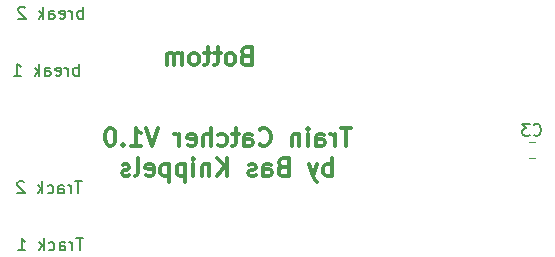
<source format=gbr>
%TF.GenerationSoftware,KiCad,Pcbnew,(5.1.6)-1*%
%TF.CreationDate,2021-01-10T15:05:27+01:00*%
%TF.ProjectId,trainCatcher,74726169-6e43-4617-9463-6865722e6b69,rev?*%
%TF.SameCoordinates,Original*%
%TF.FileFunction,Legend,Bot*%
%TF.FilePolarity,Positive*%
%FSLAX46Y46*%
G04 Gerber Fmt 4.6, Leading zero omitted, Abs format (unit mm)*
G04 Created by KiCad (PCBNEW (5.1.6)-1) date 2021-01-10 15:05:27*
%MOMM*%
%LPD*%
G01*
G04 APERTURE LIST*
%ADD10C,0.300000*%
%ADD11C,0.127000*%
%ADD12C,0.120000*%
%ADD13C,0.150000*%
G04 APERTURE END LIST*
D10*
X128786342Y-153816857D02*
X128572057Y-153888285D01*
X128500628Y-153959714D01*
X128429200Y-154102571D01*
X128429200Y-154316857D01*
X128500628Y-154459714D01*
X128572057Y-154531142D01*
X128714914Y-154602571D01*
X129286342Y-154602571D01*
X129286342Y-153102571D01*
X128786342Y-153102571D01*
X128643485Y-153174000D01*
X128572057Y-153245428D01*
X128500628Y-153388285D01*
X128500628Y-153531142D01*
X128572057Y-153674000D01*
X128643485Y-153745428D01*
X128786342Y-153816857D01*
X129286342Y-153816857D01*
X127572057Y-154602571D02*
X127714914Y-154531142D01*
X127786342Y-154459714D01*
X127857771Y-154316857D01*
X127857771Y-153888285D01*
X127786342Y-153745428D01*
X127714914Y-153674000D01*
X127572057Y-153602571D01*
X127357771Y-153602571D01*
X127214914Y-153674000D01*
X127143485Y-153745428D01*
X127072057Y-153888285D01*
X127072057Y-154316857D01*
X127143485Y-154459714D01*
X127214914Y-154531142D01*
X127357771Y-154602571D01*
X127572057Y-154602571D01*
X126643485Y-153602571D02*
X126072057Y-153602571D01*
X126429200Y-153102571D02*
X126429200Y-154388285D01*
X126357771Y-154531142D01*
X126214914Y-154602571D01*
X126072057Y-154602571D01*
X125786342Y-153602571D02*
X125214914Y-153602571D01*
X125572057Y-153102571D02*
X125572057Y-154388285D01*
X125500628Y-154531142D01*
X125357771Y-154602571D01*
X125214914Y-154602571D01*
X124500628Y-154602571D02*
X124643485Y-154531142D01*
X124714914Y-154459714D01*
X124786342Y-154316857D01*
X124786342Y-153888285D01*
X124714914Y-153745428D01*
X124643485Y-153674000D01*
X124500628Y-153602571D01*
X124286342Y-153602571D01*
X124143485Y-153674000D01*
X124072057Y-153745428D01*
X124000628Y-153888285D01*
X124000628Y-154316857D01*
X124072057Y-154459714D01*
X124143485Y-154531142D01*
X124286342Y-154602571D01*
X124500628Y-154602571D01*
X123357771Y-154602571D02*
X123357771Y-153602571D01*
X123357771Y-153745428D02*
X123286342Y-153674000D01*
X123143485Y-153602571D01*
X122929200Y-153602571D01*
X122786342Y-153674000D01*
X122714914Y-153816857D01*
X122714914Y-154602571D01*
X122714914Y-153816857D02*
X122643485Y-153674000D01*
X122500628Y-153602571D01*
X122286342Y-153602571D01*
X122143485Y-153674000D01*
X122072057Y-153816857D01*
X122072057Y-154602571D01*
D11*
X114977333Y-150675219D02*
X114977333Y-149659219D01*
X114977333Y-150046266D02*
X114880571Y-149997885D01*
X114687047Y-149997885D01*
X114590285Y-150046266D01*
X114541904Y-150094647D01*
X114493523Y-150191409D01*
X114493523Y-150481695D01*
X114541904Y-150578457D01*
X114590285Y-150626838D01*
X114687047Y-150675219D01*
X114880571Y-150675219D01*
X114977333Y-150626838D01*
X114058095Y-150675219D02*
X114058095Y-149997885D01*
X114058095Y-150191409D02*
X114009714Y-150094647D01*
X113961333Y-150046266D01*
X113864571Y-149997885D01*
X113767809Y-149997885D01*
X113042095Y-150626838D02*
X113138857Y-150675219D01*
X113332380Y-150675219D01*
X113429142Y-150626838D01*
X113477523Y-150530076D01*
X113477523Y-150143028D01*
X113429142Y-150046266D01*
X113332380Y-149997885D01*
X113138857Y-149997885D01*
X113042095Y-150046266D01*
X112993714Y-150143028D01*
X112993714Y-150239790D01*
X113477523Y-150336552D01*
X112122857Y-150675219D02*
X112122857Y-150143028D01*
X112171238Y-150046266D01*
X112268000Y-149997885D01*
X112461523Y-149997885D01*
X112558285Y-150046266D01*
X112122857Y-150626838D02*
X112219619Y-150675219D01*
X112461523Y-150675219D01*
X112558285Y-150626838D01*
X112606666Y-150530076D01*
X112606666Y-150433314D01*
X112558285Y-150336552D01*
X112461523Y-150288171D01*
X112219619Y-150288171D01*
X112122857Y-150239790D01*
X111639047Y-150675219D02*
X111639047Y-149659219D01*
X111542285Y-150288171D02*
X111252000Y-150675219D01*
X111252000Y-149997885D02*
X111639047Y-150384933D01*
X110090857Y-149755980D02*
X110042476Y-149707600D01*
X109945714Y-149659219D01*
X109703809Y-149659219D01*
X109607047Y-149707600D01*
X109558666Y-149755980D01*
X109510285Y-149852742D01*
X109510285Y-149949504D01*
X109558666Y-150094647D01*
X110139238Y-150675219D01*
X109510285Y-150675219D01*
X114621733Y-155501219D02*
X114621733Y-154485219D01*
X114621733Y-154872266D02*
X114524971Y-154823885D01*
X114331447Y-154823885D01*
X114234685Y-154872266D01*
X114186304Y-154920647D01*
X114137923Y-155017409D01*
X114137923Y-155307695D01*
X114186304Y-155404457D01*
X114234685Y-155452838D01*
X114331447Y-155501219D01*
X114524971Y-155501219D01*
X114621733Y-155452838D01*
X113702495Y-155501219D02*
X113702495Y-154823885D01*
X113702495Y-155017409D02*
X113654114Y-154920647D01*
X113605733Y-154872266D01*
X113508971Y-154823885D01*
X113412209Y-154823885D01*
X112686495Y-155452838D02*
X112783257Y-155501219D01*
X112976780Y-155501219D01*
X113073542Y-155452838D01*
X113121923Y-155356076D01*
X113121923Y-154969028D01*
X113073542Y-154872266D01*
X112976780Y-154823885D01*
X112783257Y-154823885D01*
X112686495Y-154872266D01*
X112638114Y-154969028D01*
X112638114Y-155065790D01*
X113121923Y-155162552D01*
X111767257Y-155501219D02*
X111767257Y-154969028D01*
X111815638Y-154872266D01*
X111912400Y-154823885D01*
X112105923Y-154823885D01*
X112202685Y-154872266D01*
X111767257Y-155452838D02*
X111864019Y-155501219D01*
X112105923Y-155501219D01*
X112202685Y-155452838D01*
X112251066Y-155356076D01*
X112251066Y-155259314D01*
X112202685Y-155162552D01*
X112105923Y-155114171D01*
X111864019Y-155114171D01*
X111767257Y-155065790D01*
X111283447Y-155501219D02*
X111283447Y-154485219D01*
X111186685Y-155114171D02*
X110896400Y-155501219D01*
X110896400Y-154823885D02*
X111283447Y-155210933D01*
X109154685Y-155501219D02*
X109735257Y-155501219D01*
X109444971Y-155501219D02*
X109444971Y-154485219D01*
X109541733Y-154630361D01*
X109638495Y-154727123D01*
X109735257Y-154775504D01*
X114897504Y-164442019D02*
X114316933Y-164442019D01*
X114607219Y-165458019D02*
X114607219Y-164442019D01*
X113978266Y-165458019D02*
X113978266Y-164780685D01*
X113978266Y-164974209D02*
X113929885Y-164877447D01*
X113881504Y-164829066D01*
X113784742Y-164780685D01*
X113687980Y-164780685D01*
X112913885Y-165458019D02*
X112913885Y-164925828D01*
X112962266Y-164829066D01*
X113059028Y-164780685D01*
X113252552Y-164780685D01*
X113349314Y-164829066D01*
X112913885Y-165409638D02*
X113010647Y-165458019D01*
X113252552Y-165458019D01*
X113349314Y-165409638D01*
X113397695Y-165312876D01*
X113397695Y-165216114D01*
X113349314Y-165119352D01*
X113252552Y-165070971D01*
X113010647Y-165070971D01*
X112913885Y-165022590D01*
X111994647Y-165409638D02*
X112091409Y-165458019D01*
X112284933Y-165458019D01*
X112381695Y-165409638D01*
X112430076Y-165361257D01*
X112478457Y-165264495D01*
X112478457Y-164974209D01*
X112430076Y-164877447D01*
X112381695Y-164829066D01*
X112284933Y-164780685D01*
X112091409Y-164780685D01*
X111994647Y-164829066D01*
X111559219Y-165458019D02*
X111559219Y-164442019D01*
X111462457Y-165070971D02*
X111172171Y-165458019D01*
X111172171Y-164780685D02*
X111559219Y-165167733D01*
X110011028Y-164538780D02*
X109962647Y-164490400D01*
X109865885Y-164442019D01*
X109623980Y-164442019D01*
X109527219Y-164490400D01*
X109478838Y-164538780D01*
X109430457Y-164635542D01*
X109430457Y-164732304D01*
X109478838Y-164877447D01*
X110059409Y-165458019D01*
X109430457Y-165458019D01*
X114999104Y-169268019D02*
X114418533Y-169268019D01*
X114708819Y-170284019D02*
X114708819Y-169268019D01*
X114079866Y-170284019D02*
X114079866Y-169606685D01*
X114079866Y-169800209D02*
X114031485Y-169703447D01*
X113983104Y-169655066D01*
X113886342Y-169606685D01*
X113789580Y-169606685D01*
X113015485Y-170284019D02*
X113015485Y-169751828D01*
X113063866Y-169655066D01*
X113160628Y-169606685D01*
X113354152Y-169606685D01*
X113450914Y-169655066D01*
X113015485Y-170235638D02*
X113112247Y-170284019D01*
X113354152Y-170284019D01*
X113450914Y-170235638D01*
X113499295Y-170138876D01*
X113499295Y-170042114D01*
X113450914Y-169945352D01*
X113354152Y-169896971D01*
X113112247Y-169896971D01*
X113015485Y-169848590D01*
X112096247Y-170235638D02*
X112193009Y-170284019D01*
X112386533Y-170284019D01*
X112483295Y-170235638D01*
X112531676Y-170187257D01*
X112580057Y-170090495D01*
X112580057Y-169800209D01*
X112531676Y-169703447D01*
X112483295Y-169655066D01*
X112386533Y-169606685D01*
X112193009Y-169606685D01*
X112096247Y-169655066D01*
X111660819Y-170284019D02*
X111660819Y-169268019D01*
X111564057Y-169896971D02*
X111273771Y-170284019D01*
X111273771Y-169606685D02*
X111660819Y-169993733D01*
X109532057Y-170284019D02*
X110112628Y-170284019D01*
X109822342Y-170284019D02*
X109822342Y-169268019D01*
X109919104Y-169413161D01*
X110015866Y-169509923D01*
X110112628Y-169558304D01*
D10*
X137667485Y-159955571D02*
X136810342Y-159955571D01*
X137238914Y-161455571D02*
X137238914Y-159955571D01*
X136310342Y-161455571D02*
X136310342Y-160455571D01*
X136310342Y-160741285D02*
X136238914Y-160598428D01*
X136167485Y-160527000D01*
X136024628Y-160455571D01*
X135881771Y-160455571D01*
X134738914Y-161455571D02*
X134738914Y-160669857D01*
X134810342Y-160527000D01*
X134953200Y-160455571D01*
X135238914Y-160455571D01*
X135381771Y-160527000D01*
X134738914Y-161384142D02*
X134881771Y-161455571D01*
X135238914Y-161455571D01*
X135381771Y-161384142D01*
X135453200Y-161241285D01*
X135453200Y-161098428D01*
X135381771Y-160955571D01*
X135238914Y-160884142D01*
X134881771Y-160884142D01*
X134738914Y-160812714D01*
X134024628Y-161455571D02*
X134024628Y-160455571D01*
X134024628Y-159955571D02*
X134096057Y-160027000D01*
X134024628Y-160098428D01*
X133953200Y-160027000D01*
X134024628Y-159955571D01*
X134024628Y-160098428D01*
X133310342Y-160455571D02*
X133310342Y-161455571D01*
X133310342Y-160598428D02*
X133238914Y-160527000D01*
X133096057Y-160455571D01*
X132881771Y-160455571D01*
X132738914Y-160527000D01*
X132667485Y-160669857D01*
X132667485Y-161455571D01*
X129953200Y-161312714D02*
X130024628Y-161384142D01*
X130238914Y-161455571D01*
X130381771Y-161455571D01*
X130596057Y-161384142D01*
X130738914Y-161241285D01*
X130810342Y-161098428D01*
X130881771Y-160812714D01*
X130881771Y-160598428D01*
X130810342Y-160312714D01*
X130738914Y-160169857D01*
X130596057Y-160027000D01*
X130381771Y-159955571D01*
X130238914Y-159955571D01*
X130024628Y-160027000D01*
X129953200Y-160098428D01*
X128667485Y-161455571D02*
X128667485Y-160669857D01*
X128738914Y-160527000D01*
X128881771Y-160455571D01*
X129167485Y-160455571D01*
X129310342Y-160527000D01*
X128667485Y-161384142D02*
X128810342Y-161455571D01*
X129167485Y-161455571D01*
X129310342Y-161384142D01*
X129381771Y-161241285D01*
X129381771Y-161098428D01*
X129310342Y-160955571D01*
X129167485Y-160884142D01*
X128810342Y-160884142D01*
X128667485Y-160812714D01*
X128167485Y-160455571D02*
X127596057Y-160455571D01*
X127953200Y-159955571D02*
X127953200Y-161241285D01*
X127881771Y-161384142D01*
X127738914Y-161455571D01*
X127596057Y-161455571D01*
X126453200Y-161384142D02*
X126596057Y-161455571D01*
X126881771Y-161455571D01*
X127024628Y-161384142D01*
X127096057Y-161312714D01*
X127167485Y-161169857D01*
X127167485Y-160741285D01*
X127096057Y-160598428D01*
X127024628Y-160527000D01*
X126881771Y-160455571D01*
X126596057Y-160455571D01*
X126453200Y-160527000D01*
X125810342Y-161455571D02*
X125810342Y-159955571D01*
X125167485Y-161455571D02*
X125167485Y-160669857D01*
X125238914Y-160527000D01*
X125381771Y-160455571D01*
X125596057Y-160455571D01*
X125738914Y-160527000D01*
X125810342Y-160598428D01*
X123881771Y-161384142D02*
X124024628Y-161455571D01*
X124310342Y-161455571D01*
X124453200Y-161384142D01*
X124524628Y-161241285D01*
X124524628Y-160669857D01*
X124453200Y-160527000D01*
X124310342Y-160455571D01*
X124024628Y-160455571D01*
X123881771Y-160527000D01*
X123810342Y-160669857D01*
X123810342Y-160812714D01*
X124524628Y-160955571D01*
X123167485Y-161455571D02*
X123167485Y-160455571D01*
X123167485Y-160741285D02*
X123096057Y-160598428D01*
X123024628Y-160527000D01*
X122881771Y-160455571D01*
X122738914Y-160455571D01*
X121310342Y-159955571D02*
X120810342Y-161455571D01*
X120310342Y-159955571D01*
X119024628Y-161455571D02*
X119881771Y-161455571D01*
X119453200Y-161455571D02*
X119453200Y-159955571D01*
X119596057Y-160169857D01*
X119738914Y-160312714D01*
X119881771Y-160384142D01*
X118381771Y-161312714D02*
X118310342Y-161384142D01*
X118381771Y-161455571D01*
X118453200Y-161384142D01*
X118381771Y-161312714D01*
X118381771Y-161455571D01*
X117381771Y-159955571D02*
X117238914Y-159955571D01*
X117096057Y-160027000D01*
X117024628Y-160098428D01*
X116953200Y-160241285D01*
X116881771Y-160527000D01*
X116881771Y-160884142D01*
X116953200Y-161169857D01*
X117024628Y-161312714D01*
X117096057Y-161384142D01*
X117238914Y-161455571D01*
X117381771Y-161455571D01*
X117524628Y-161384142D01*
X117596057Y-161312714D01*
X117667485Y-161169857D01*
X117738914Y-160884142D01*
X117738914Y-160527000D01*
X117667485Y-160241285D01*
X117596057Y-160098428D01*
X117524628Y-160027000D01*
X117381771Y-159955571D01*
X136060342Y-164005571D02*
X136060342Y-162505571D01*
X136060342Y-163077000D02*
X135917485Y-163005571D01*
X135631771Y-163005571D01*
X135488914Y-163077000D01*
X135417485Y-163148428D01*
X135346057Y-163291285D01*
X135346057Y-163719857D01*
X135417485Y-163862714D01*
X135488914Y-163934142D01*
X135631771Y-164005571D01*
X135917485Y-164005571D01*
X136060342Y-163934142D01*
X134846057Y-163005571D02*
X134488914Y-164005571D01*
X134131771Y-163005571D02*
X134488914Y-164005571D01*
X134631771Y-164362714D01*
X134703200Y-164434142D01*
X134846057Y-164505571D01*
X131917485Y-163219857D02*
X131703200Y-163291285D01*
X131631771Y-163362714D01*
X131560342Y-163505571D01*
X131560342Y-163719857D01*
X131631771Y-163862714D01*
X131703200Y-163934142D01*
X131846057Y-164005571D01*
X132417485Y-164005571D01*
X132417485Y-162505571D01*
X131917485Y-162505571D01*
X131774628Y-162577000D01*
X131703200Y-162648428D01*
X131631771Y-162791285D01*
X131631771Y-162934142D01*
X131703200Y-163077000D01*
X131774628Y-163148428D01*
X131917485Y-163219857D01*
X132417485Y-163219857D01*
X130274628Y-164005571D02*
X130274628Y-163219857D01*
X130346057Y-163077000D01*
X130488914Y-163005571D01*
X130774628Y-163005571D01*
X130917485Y-163077000D01*
X130274628Y-163934142D02*
X130417485Y-164005571D01*
X130774628Y-164005571D01*
X130917485Y-163934142D01*
X130988914Y-163791285D01*
X130988914Y-163648428D01*
X130917485Y-163505571D01*
X130774628Y-163434142D01*
X130417485Y-163434142D01*
X130274628Y-163362714D01*
X129631771Y-163934142D02*
X129488914Y-164005571D01*
X129203200Y-164005571D01*
X129060342Y-163934142D01*
X128988914Y-163791285D01*
X128988914Y-163719857D01*
X129060342Y-163577000D01*
X129203200Y-163505571D01*
X129417485Y-163505571D01*
X129560342Y-163434142D01*
X129631771Y-163291285D01*
X129631771Y-163219857D01*
X129560342Y-163077000D01*
X129417485Y-163005571D01*
X129203200Y-163005571D01*
X129060342Y-163077000D01*
X127203200Y-164005571D02*
X127203200Y-162505571D01*
X126346057Y-164005571D02*
X126988914Y-163148428D01*
X126346057Y-162505571D02*
X127203200Y-163362714D01*
X125703200Y-163005571D02*
X125703200Y-164005571D01*
X125703200Y-163148428D02*
X125631771Y-163077000D01*
X125488914Y-163005571D01*
X125274628Y-163005571D01*
X125131771Y-163077000D01*
X125060342Y-163219857D01*
X125060342Y-164005571D01*
X124346057Y-164005571D02*
X124346057Y-163005571D01*
X124346057Y-162505571D02*
X124417485Y-162577000D01*
X124346057Y-162648428D01*
X124274628Y-162577000D01*
X124346057Y-162505571D01*
X124346057Y-162648428D01*
X123631771Y-163005571D02*
X123631771Y-164505571D01*
X123631771Y-163077000D02*
X123488914Y-163005571D01*
X123203200Y-163005571D01*
X123060342Y-163077000D01*
X122988914Y-163148428D01*
X122917485Y-163291285D01*
X122917485Y-163719857D01*
X122988914Y-163862714D01*
X123060342Y-163934142D01*
X123203200Y-164005571D01*
X123488914Y-164005571D01*
X123631771Y-163934142D01*
X122274628Y-163005571D02*
X122274628Y-164505571D01*
X122274628Y-163077000D02*
X122131771Y-163005571D01*
X121846057Y-163005571D01*
X121703200Y-163077000D01*
X121631771Y-163148428D01*
X121560342Y-163291285D01*
X121560342Y-163719857D01*
X121631771Y-163862714D01*
X121703200Y-163934142D01*
X121846057Y-164005571D01*
X122131771Y-164005571D01*
X122274628Y-163934142D01*
X120346057Y-163934142D02*
X120488914Y-164005571D01*
X120774628Y-164005571D01*
X120917485Y-163934142D01*
X120988914Y-163791285D01*
X120988914Y-163219857D01*
X120917485Y-163077000D01*
X120774628Y-163005571D01*
X120488914Y-163005571D01*
X120346057Y-163077000D01*
X120274628Y-163219857D01*
X120274628Y-163362714D01*
X120988914Y-163505571D01*
X119417485Y-164005571D02*
X119560342Y-163934142D01*
X119631771Y-163791285D01*
X119631771Y-162505571D01*
X118917485Y-163934142D02*
X118774628Y-164005571D01*
X118488914Y-164005571D01*
X118346057Y-163934142D01*
X118274628Y-163791285D01*
X118274628Y-163719857D01*
X118346057Y-163577000D01*
X118488914Y-163505571D01*
X118703200Y-163505571D01*
X118846057Y-163434142D01*
X118917485Y-163291285D01*
X118917485Y-163219857D01*
X118846057Y-163077000D01*
X118703200Y-163005571D01*
X118488914Y-163005571D01*
X118346057Y-163077000D01*
D12*
%TO.C,C3*%
X153245078Y-162508000D02*
X152727922Y-162508000D01*
X153245078Y-161088000D02*
X152727922Y-161088000D01*
D13*
X153153166Y-160505142D02*
X153200785Y-160552761D01*
X153343642Y-160600380D01*
X153438880Y-160600380D01*
X153581738Y-160552761D01*
X153676976Y-160457523D01*
X153724595Y-160362285D01*
X153772214Y-160171809D01*
X153772214Y-160028952D01*
X153724595Y-159838476D01*
X153676976Y-159743238D01*
X153581738Y-159648000D01*
X153438880Y-159600380D01*
X153343642Y-159600380D01*
X153200785Y-159648000D01*
X153153166Y-159695619D01*
X152819833Y-159600380D02*
X152200785Y-159600380D01*
X152534119Y-159981333D01*
X152391261Y-159981333D01*
X152296023Y-160028952D01*
X152248404Y-160076571D01*
X152200785Y-160171809D01*
X152200785Y-160409904D01*
X152248404Y-160505142D01*
X152296023Y-160552761D01*
X152391261Y-160600380D01*
X152676976Y-160600380D01*
X152772214Y-160552761D01*
X152819833Y-160505142D01*
%TD*%
M02*

</source>
